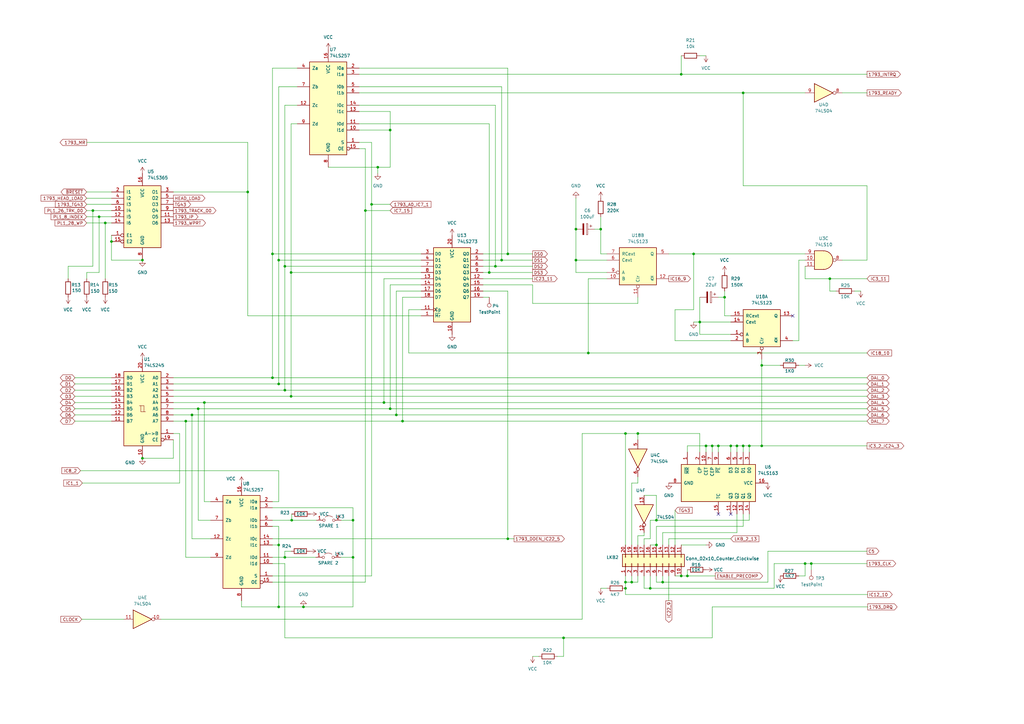
<source format=kicad_sch>
(kicad_sch (version 20211123) (generator eeschema)
  (paper "A3")
  (title_block (title "80 Bus FDC Controller") (date "2023-04-03") (rev "1.3.0"))
  (junction (at 304.8 38.1))
  (junction (at 259.08 238.76))
  (junction (at 101.6 78.74))
  (junction (at 43.18 91.44))
  (junction (at 38.1 86.36))
  (junction (at 114.3 157.48))
  (junction (at 149.86 86.36))
  (junction (at 294.64 182.88))
  (junction (at 269.24 213.36))
  (junction (at 241.3 144.78))
  (junction (at 160.02 53.34))
  (junction (at 256.54 177.8))
  (junction (at 116.84 228.6))
  (junction (at 144.78 228.6))
  (junction (at 114.3 248.92))
  (junction (at 271.78 238.76))
  (junction (at 165.1 172.72))
  (junction (at 81.28 167.64))
  (junction (at 119.634 213.36))
  (junction (at 205.74 106.68))
  (junction (at 287.02 132.08))
  (junction (at 304.8 182.88))
  (junction (at 114.3 223.52))
  (junction (at 40.64 88.9))
  (junction (at 116.84 160.02))
  (junction (at 154.94 68.58))
  (junction (at 144.78 213.36))
  (junction (at 292.1 182.88))
  (junction (at 111.76 104.14))
  (junction (at 307.34 182.88))
  (junction (at 269.24 223.52))
  (junction (at 236.22 106.68))
  (junction (at 58.42 106.68))
  (junction (at 208.28 104.14))
  (junction (at 256.54 238.76))
  (junction (at 152.4 83.82))
  (junction (at 312.42 182.88))
  (junction (at 297.18 121.92))
  (junction (at 111.76 154.94))
  (junction (at 231.14 261.62))
  (junction (at 78.74 170.18))
  (junction (at 279.4 236.22))
  (junction (at 119.38 162.56))
  (junction (at 124.46 248.92))
  (junction (at 279.4 30.48))
  (junction (at 340.36 114.3))
  (junction (at 302.26 182.88))
  (junction (at 236.22 93.98))
  (junction (at 330.2 231.14))
  (junction (at 203.2 109.22))
  (junction (at 266.7 241.3))
  (junction (at 281.94 236.22))
  (junction (at 289.56 182.88))
  (junction (at 119.38 111.76))
  (junction (at 162.56 170.18))
  (junction (at 299.72 182.88))
  (junction (at 45.72 99.06))
  (junction (at 256.54 241.3))
  (junction (at 157.48 165.1))
  (junction (at 332.74 231.14))
  (junction (at 284.48 104.14))
  (junction (at 160.02 167.64))
  (junction (at 200.66 111.76))
  (junction (at 116.84 109.22))
  (junction (at 261.62 177.8))
  (junction (at 76.2 172.72))
  (junction (at 58.42 187.96))
  (junction (at 312.42 149.86))
  (junction (at 114.3 106.68))
  (junction (at 246.38 93.98))
  (junction (at 208.28 220.98))
  (junction (at 83.82 165.1))
  (no_connect (at 325.12 129.54))
  (no_connect (at 294.64 210.82))
  (no_connect (at 299.72 210.82))
  (wire (pts (xy 218.44 116.84) (xy 218.44 124.46)))
  (wire (pts (xy 119.634 213.36) (xy 129.794 213.36)))
  (wire (pts (xy 256.54 177.8) (xy 261.62 177.8)))
  (wire (pts (xy 327.66 236.22) (xy 330.2 236.22)))
  (wire (pts (xy 147.32 45.72) (xy 160.02 45.72)))
  (wire (pts (xy 238.76 177.8) (xy 238.76 254)))
  (wire (pts (xy 264.16 220.98) (xy 266.7 220.98)))
  (wire (pts (xy 114.3 106.68) (xy 172.72 106.68)))
  (wire (pts (xy 281.94 236.22) (xy 293.37 236.22)))
  (wire (pts (xy 119.38 111.76) (xy 119.38 162.56)))
  (wire (pts (xy 121.92 35.56) (xy 114.3 35.56)))
  (wire (pts (xy 276.86 236.22) (xy 279.4 236.22)))
  (wire (pts (xy 292.1 182.88) (xy 292.1 185.42)))
  (wire (pts (xy 157.48 165.1) (xy 355.6 165.1)))
  (wire (pts (xy 340.36 114.3) (xy 355.6 114.3)))
  (wire (pts (xy 261.62 195.58) (xy 261.62 198.12)))
  (wire (pts (xy 264.16 236.22) (xy 264.16 241.3)))
  (wire (pts (xy 345.44 106.68) (xy 355.6 106.68)))
  (wire (pts (xy 236.22 81.28) (xy 236.22 93.98)))
  (wire (pts (xy 269.24 213.36) (xy 307.34 213.36)))
  (wire (pts (xy 264.16 241.3) (xy 266.7 241.3)))
  (wire (pts (xy 76.2 172.72) (xy 165.1 172.72)))
  (wire (pts (xy 198.12 109.22) (xy 203.2 109.22)))
  (wire (pts (xy 246.38 104.14) (xy 246.38 93.98)))
  (wire (pts (xy 299.72 182.88) (xy 302.26 182.88)))
  (wire (pts (xy 231.14 261.62) (xy 292.1 261.62)))
  (wire (pts (xy 116.84 231.14) (xy 116.84 261.62)))
  (wire (pts (xy 330.2 114.3) (xy 340.36 114.3)))
  (wire (pts (xy 307.34 213.36) (xy 307.34 210.82)))
  (wire (pts (xy 30.734 165.1) (xy 45.72 165.1)))
  (wire (pts (xy 35.56 88.9) (xy 40.64 88.9)))
  (wire (pts (xy 43.18 91.44) (xy 43.18 114.3)))
  (wire (pts (xy 147.32 38.1) (xy 304.8 38.1)))
  (wire (pts (xy 281.94 182.88) (xy 289.56 182.88)))
  (wire (pts (xy 261.62 236.22) (xy 261.62 238.76)))
  (wire (pts (xy 111.76 27.94) (xy 111.76 104.14)))
  (wire (pts (xy 198.12 116.84) (xy 218.44 116.84)))
  (wire (pts (xy 340.36 114.3) (xy 340.36 119.38)))
  (wire (pts (xy 256.54 238.76) (xy 256.54 241.3)))
  (wire (pts (xy 147.32 35.56) (xy 205.74 35.56)))
  (wire (pts (xy 119.38 50.8) (xy 119.38 111.76)))
  (wire (pts (xy 198.12 111.76) (xy 200.66 111.76)))
  (wire (pts (xy 312.42 182.88) (xy 355.6 182.88)))
  (wire (pts (xy 297.18 119.38) (xy 297.18 121.92)))
  (wire (pts (xy 332.74 231.14) (xy 355.6 231.14)))
  (wire (pts (xy 165.1 121.92) (xy 165.1 172.72)))
  (wire (pts (xy 124.46 248.92) (xy 144.78 248.92)))
  (wire (pts (xy 256.54 238.76) (xy 259.08 238.76)))
  (wire (pts (xy 304.8 182.88) (xy 307.34 182.88)))
  (wire (pts (xy 200.66 50.8) (xy 147.32 50.8)))
  (wire (pts (xy 147.32 43.18) (xy 203.2 43.18)))
  (wire (pts (xy 73.66 177.8) (xy 73.66 198.12)))
  (wire (pts (xy 162.56 119.38) (xy 162.56 170.18)))
  (wire (pts (xy 71.12 165.1) (xy 83.82 165.1)))
  (wire (pts (xy 121.92 27.94) (xy 111.76 27.94)))
  (wire (pts (xy 71.12 180.34) (xy 71.12 187.96)))
  (wire (pts (xy 330.2 231.14) (xy 317.5 231.14)))
  (wire (pts (xy 116.84 261.62) (xy 231.14 261.62)))
  (wire (pts (xy 248.92 104.14) (xy 246.38 104.14)))
  (wire (pts (xy 269.24 215.9) (xy 269.24 223.52)))
  (wire (pts (xy 111.76 231.14) (xy 116.84 231.14)))
  (wire (pts (xy 30.734 170.18) (xy 45.72 170.18)))
  (wire (pts (xy 86.36 213.36) (xy 81.28 213.36)))
  (wire (pts (xy 147.32 53.34) (xy 160.02 53.34)))
  (wire (pts (xy 302.26 182.88) (xy 302.26 185.42)))
  (wire (pts (xy 345.44 38.1) (xy 355.6 38.1)))
  (wire (pts (xy 35.56 81.28) (xy 45.72 81.28)))
  (wire (pts (xy 256.54 243.84) (xy 355.854 243.84)))
  (wire (pts (xy 33.782 198.12) (xy 73.66 198.12)))
  (wire (pts (xy 198.12 104.14) (xy 208.28 104.14)))
  (wire (pts (xy 203.2 109.22) (xy 218.44 109.22)))
  (wire (pts (xy 287.02 185.42) (xy 287.02 177.8)))
  (wire (pts (xy 342.9 119.38) (xy 340.36 119.38)))
  (wire (pts (xy 269.24 238.76) (xy 271.78 238.76)))
  (wire (pts (xy 317.5 231.14) (xy 317.5 241.3)))
  (wire (pts (xy 152.4 58.42) (xy 152.4 83.82)))
  (wire (pts (xy 83.82 165.1) (xy 157.48 165.1)))
  (wire (pts (xy 114.3 205.74) (xy 114.3 193.04)))
  (wire (pts (xy 271.78 238.76) (xy 314.96 238.76)))
  (wire (pts (xy 111.76 205.74) (xy 114.3 205.74)))
  (wire (pts (xy 30.734 154.94) (xy 45.72 154.94)))
  (wire (pts (xy 299.72 137.16) (xy 287.02 137.16)))
  (wire (pts (xy 297.18 129.54) (xy 299.72 129.54)))
  (wire (pts (xy 259.08 198.12) (xy 261.62 198.12)))
  (wire (pts (xy 119.38 162.56) (xy 355.6 162.56)))
  (wire (pts (xy 81.28 167.64) (xy 81.28 213.36)))
  (wire (pts (xy 111.76 213.36) (xy 119.634 213.36)))
  (wire (pts (xy 246.38 241.3) (xy 248.92 241.3)))
  (wire (pts (xy 248.92 111.76) (xy 236.22 111.76)))
  (wire (pts (xy 279.4 223.52) (xy 289.56 223.52)))
  (wire (pts (xy 284.48 132.08) (xy 287.02 132.08)))
  (wire (pts (xy 330.2 231.14) (xy 330.2 236.22)))
  (wire (pts (xy 205.74 106.68) (xy 218.44 106.68)))
  (wire (pts (xy 271.78 236.22) (xy 271.78 238.76)))
  (wire (pts (xy 101.6 129.54) (xy 101.6 78.74)))
  (wire (pts (xy 139.7 228.6) (xy 144.78 228.6)))
  (wire (pts (xy 198.12 121.92) (xy 200.66 121.92)))
  (wire (pts (xy 302.26 182.88) (xy 304.8 182.88)))
  (wire (pts (xy 172.72 121.92) (xy 165.1 121.92)))
  (wire (pts (xy 121.92 43.18) (xy 116.84 43.18)))
  (wire (pts (xy 236.22 93.98) (xy 236.22 106.68)))
  (wire (pts (xy 259.08 223.52) (xy 259.08 198.12)))
  (wire (pts (xy 116.84 43.18) (xy 116.84 109.22)))
  (wire (pts (xy 114.3 223.52) (xy 114.3 248.92)))
  (wire (pts (xy 30.734 162.56) (xy 45.72 162.56)))
  (wire (pts (xy 269.24 236.22) (xy 269.24 238.76)))
  (wire (pts (xy 266.7 220.98) (xy 266.7 213.36)))
  (wire (pts (xy 114.3 106.68) (xy 114.3 157.48)))
  (wire (pts (xy 71.12 167.64) (xy 81.28 167.64)))
  (wire (pts (xy 35.56 114.3) (xy 35.56 111.76)))
  (wire (pts (xy 198.12 119.38) (xy 208.28 119.38)))
  (wire (pts (xy 149.86 60.96) (xy 149.86 86.36)))
  (wire (pts (xy 119.634 210.82) (xy 119.634 213.36)))
  (wire (pts (xy 43.18 91.44) (xy 45.72 91.44)))
  (wire (pts (xy 111.76 236.22) (xy 152.4 236.22)))
  (wire (pts (xy 81.28 167.64) (xy 160.02 167.64)))
  (wire (pts (xy 111.76 208.28) (xy 144.78 208.28)))
  (wire (pts (xy 203.2 43.18) (xy 203.2 109.22)))
  (wire (pts (xy 304.8 38.1) (xy 330.2 38.1)))
  (wire (pts (xy 200.66 111.76) (xy 200.66 50.8)))
  (wire (pts (xy 205.74 35.56) (xy 205.74 106.68)))
  (wire (pts (xy 111.76 238.76) (xy 149.86 238.76)))
  (wire (pts (xy 111.76 215.9) (xy 114.3 215.9)))
  (wire (pts (xy 45.72 99.06) (xy 45.72 106.68)))
  (wire (pts (xy 330.2 106.68) (xy 327.66 106.68)))
  (wire (pts (xy 35.56 58.42) (xy 101.6 58.42)))
  (wire (pts (xy 71.12 154.94) (xy 111.76 154.94)))
  (wire (pts (xy 116.84 228.6) (xy 129.54 228.6)))
  (wire (pts (xy 134.62 68.58) (xy 154.94 68.58)))
  (wire (pts (xy 256.54 236.22) (xy 256.54 238.76)))
  (wire (pts (xy 294.64 182.88) (xy 299.72 182.88)))
  (wire (pts (xy 76.2 172.72) (xy 76.2 228.6)))
  (wire (pts (xy 167.64 127) (xy 167.64 144.78)))
  (wire (pts (xy 269.24 215.9) (xy 304.8 215.9)))
  (wire (pts (xy 271.78 218.44) (xy 271.78 223.52)))
  (wire (pts (xy 350.52 119.38) (xy 353.06 119.38)))
  (wire (pts (xy 264.16 223.52) (xy 264.16 220.98)))
  (wire (pts (xy 279.4 22.86) (xy 279.4 30.48)))
  (wire (pts (xy 111.76 154.94) (xy 355.6 154.94)))
  (wire (pts (xy 30.734 157.48) (xy 45.72 157.48)))
  (wire (pts (xy 172.72 119.38) (xy 162.56 119.38)))
  (wire (pts (xy 266.7 241.3) (xy 317.5 241.3)))
  (wire (pts (xy 71.12 187.96) (xy 58.42 187.96)))
  (wire (pts (xy 152.4 83.82) (xy 152.4 236.22)))
  (wire (pts (xy 30.734 160.02) (xy 45.72 160.02)))
  (wire (pts (xy 238.76 177.8) (xy 256.54 177.8)))
  (wire (pts (xy 160.02 53.34) (xy 160.02 68.58)))
  (wire (pts (xy 266.7 223.52) (xy 269.24 223.52)))
  (wire (pts (xy 256.54 241.3) (xy 256.54 243.84)))
  (wire (pts (xy 139.954 213.36) (xy 144.78 213.36)))
  (wire (pts (xy 116.84 226.06) (xy 116.84 228.6)))
  (wire (pts (xy 287.02 132.08) (xy 287.02 121.92)))
  (wire (pts (xy 307.34 182.88) (xy 312.42 182.88)))
  (wire (pts (xy 304.8 215.9) (xy 304.8 210.82)))
  (wire (pts (xy 330.2 109.22) (xy 330.2 114.3)))
  (wire (pts (xy 281.94 233.68) (xy 281.94 236.22)))
  (wire (pts (xy 33.528 254) (xy 50.8 254)))
  (wire (pts (xy 312.42 147.32) (xy 312.42 149.86)))
  (wire (pts (xy 66.04 254) (xy 238.76 254)))
  (wire (pts (xy 274.32 236.22) (xy 274.32 246.38)))
  (wire (pts (xy 116.84 160.02) (xy 355.6 160.02)))
  (wire (pts (xy 83.82 165.1) (xy 83.82 205.74)))
  (wire (pts (xy 274.32 104.14) (xy 284.48 104.14)))
  (wire (pts (xy 147.32 60.96) (xy 149.86 60.96)))
  (wire (pts (xy 259.08 236.22) (xy 259.08 238.76)))
  (wire (pts (xy 198.12 114.3) (xy 218.44 114.3)))
  (wire (pts (xy 276.86 127) (xy 276.86 139.7)))
  (wire (pts (xy 307.34 182.88) (xy 307.34 185.42)))
  (wire (pts (xy 149.86 86.36) (xy 149.86 238.76)))
  (wire (pts (xy 111.76 228.6) (xy 116.84 228.6)))
  (wire (pts (xy 261.62 177.8) (xy 287.02 177.8)))
  (wire (pts (xy 71.12 170.18) (xy 78.74 170.18)))
  (wire (pts (xy 200.66 111.76) (xy 218.44 111.76)))
  (wire (pts (xy 172.72 129.54) (xy 101.6 129.54)))
  (wire (pts (xy 38.1 86.36) (xy 45.72 86.36)))
  (wire (pts (xy 27.94 109.22) (xy 38.1 109.22)))
  (wire (pts (xy 218.44 269.24) (xy 220.98 269.24)))
  (wire (pts (xy 314.96 238.76) (xy 314.96 226.06)))
  (wire (pts (xy 231.14 261.62) (xy 231.14 269.24)))
  (wire (pts (xy 144.78 208.28) (xy 144.78 213.36)))
  (wire (pts (xy 71.12 160.02) (xy 116.84 160.02)))
  (wire (pts (xy 292.1 248.92) (xy 355.854 248.92)))
  (wire (pts (xy 71.12 78.74) (xy 101.6 78.74)))
  (wire (pts (xy 172.72 116.84) (xy 160.02 116.84)))
  (wire (pts (xy 86.36 228.6) (xy 76.2 228.6)))
  (wire (pts (xy 116.84 109.22) (xy 116.84 160.02)))
  (wire (pts (xy 302.26 218.44) (xy 271.78 218.44)))
  (wire (pts (xy 160.02 167.64) (xy 355.6 167.64)))
  (wire (pts (xy 149.86 86.36) (xy 160.02 86.36)))
  (wire (pts (xy 71.12 157.48) (xy 114.3 157.48)))
  (wire (pts (xy 114.3 157.48) (xy 355.6 157.48)))
  (wire (pts (xy 284.48 127) (xy 276.86 127)))
  (wire (pts (xy 45.72 96.52) (xy 45.72 99.06)))
  (wire (pts (xy 35.56 78.74) (xy 45.72 78.74)))
  (wire (pts (xy 167.64 144.78) (xy 241.3 144.78)))
  (wire (pts (xy 327.66 139.7) (xy 325.12 139.7)))
  (wire (pts (xy 294.64 121.92) (xy 297.18 121.92)))
  (wire (pts (xy 276.86 209.296) (xy 276.86 223.52)))
  (wire (pts (xy 86.36 220.98) (xy 78.74 220.98)))
  (wire (pts (xy 355.6 106.68) (xy 355.6 76.2)))
  (wire (pts (xy 35.56 91.44) (xy 43.18 91.44)))
  (wire (pts (xy 30.734 167.64) (xy 45.72 167.64)))
  (wire (pts (xy 304.8 182.88) (xy 304.8 185.42)))
  (wire (pts (xy 111.76 104.14) (xy 111.76 154.94)))
  (wire (pts (xy 198.12 106.68) (xy 205.74 106.68)))
  (wire (pts (xy 208.28 27.94) (xy 208.28 104.14)))
  (wire (pts (xy 312.42 149.86) (xy 312.42 182.88)))
  (wire (pts (xy 246.38 93.98) (xy 243.84 93.98)))
  (wire (pts (xy 101.6 58.42) (xy 101.6 78.74)))
  (wire (pts (xy 327.66 149.86) (xy 330.2 149.86)))
  (wire (pts (xy 208.28 220.98) (xy 210.82 220.98)))
  (wire (pts (xy 302.26 210.82) (xy 302.26 218.44)))
  (wire (pts (xy 160.02 68.58) (xy 154.94 68.58)))
  (wire (pts (xy 111.76 220.98) (xy 208.28 220.98)))
  (wire (pts (xy 241.3 114.3) (xy 248.92 114.3)))
  (wire (pts (xy 38.1 109.22) (xy 38.1 86.36)))
  (wire (pts (xy 45.72 106.68) (xy 58.42 106.68)))
  (wire (pts (xy 289.56 182.88) (xy 292.1 182.88)))
  (wire (pts (xy 27.94 114.3) (xy 27.94 109.22)))
  (wire (pts (xy 287.02 132.08) (xy 299.72 132.08)))
  (wire (pts (xy 292.1 261.62) (xy 292.1 248.92)))
  (wire (pts (xy 114.3 248.92) (xy 124.46 248.92)))
  (wire (pts (xy 299.72 182.88) (xy 299.72 185.42)))
  (wire (pts (xy 114.3 193.04) (xy 33.02 193.04)))
  (wire (pts (xy 35.56 83.82) (xy 45.72 83.82)))
  (wire (pts (xy 261.62 177.8) (xy 261.62 180.34)))
  (wire (pts (xy 40.64 111.76) (xy 40.64 88.9)))
  (wire (pts (xy 35.56 86.36) (xy 38.1 86.36)))
  (wire (pts (xy 86.36 205.74) (xy 83.82 205.74)))
  (wire (pts (xy 256.54 177.8) (xy 256.54 223.52)))
  (wire (pts (xy 261.62 223.52) (xy 261.62 219.71)))
  (wire (pts (xy 111.76 104.14) (xy 172.72 104.14)))
  (wire (pts (xy 269.24 203.2) (xy 269.24 213.36)))
  (wire (pts (xy 287.02 137.16) (xy 287.02 132.08)))
  (wire (pts (xy 241.3 144.78) (xy 241.3 114.3)))
  (wire (pts (xy 147.32 58.42) (xy 152.4 58.42)))
  (wire (pts (xy 172.72 114.3) (xy 157.48 114.3)))
  (wire (pts (xy 266.7 213.36) (xy 269.24 213.36)))
  (wire (pts (xy 246.38 88.9) (xy 246.38 93.98)))
  (wire (pts (xy 304.8 76.2) (xy 304.8 38.1)))
  (wire (pts (xy 114.3 215.9) (xy 114.3 223.52)))
  (wire (pts (xy 332.74 231.14) (xy 332.74 233.68)))
  (wire (pts (xy 332.74 231.14) (xy 330.2 231.14)))
  (wire (pts (xy 266.7 236.22) (xy 266.7 241.3)))
  (wire (pts (xy 144.78 213.36) (xy 144.78 228.6)))
  (wire (pts (xy 99.06 246.38) (xy 99.06 248.92)))
  (wire (pts (xy 264.16 218.44) (xy 264.16 219.71)))
  (wire (pts (xy 355.6 76.2) (xy 304.8 76.2)))
  (wire (pts (xy 144.78 228.6) (xy 144.78 248.92)))
  (wire (pts (xy 279.4 30.48) (xy 355.6 30.48)))
  (wire (pts (xy 287.02 22.86) (xy 289.56 22.86)))
  (wire (pts (xy 208.28 104.14) (xy 218.44 104.14)))
  (wire (pts (xy 78.74 170.18) (xy 162.56 170.18)))
  (wire (pts (xy 152.4 83.82) (xy 160.02 83.82)))
  (wire (pts (xy 208.28 119.38) (xy 208.28 220.98)))
  (wire (pts (xy 160.02 116.84) (xy 160.02 167.64)))
  (wire (pts (xy 297.18 121.92) (xy 297.18 129.54)))
  (wire (pts (xy 274.32 220.98) (xy 299.72 220.98)))
  (wire (pts (xy 165.1 172.72) (xy 355.6 172.72)))
  (wire (pts (xy 236.22 106.68) (xy 236.22 111.76)))
  (wire (pts (xy 111.76 223.52) (xy 114.3 223.52)))
  (wire (pts (xy 147.32 30.48) (xy 279.4 30.48)))
  (wire (pts (xy 259.08 238.76) (xy 261.62 238.76)))
  (wire (pts (xy 160.02 45.72) (xy 160.02 53.34)))
  (wire (pts (xy 99.06 248.92) (xy 114.3 248.92)))
  (wire (pts (xy 162.56 170.18) (xy 355.6 170.18)))
  (wire (pts (xy 121.92 50.8) (xy 119.38 50.8)))
  (wire (pts (xy 320.04 149.86) (xy 312.42 149.86)))
  (wire (pts (xy 35.56 111.76) (xy 40.64 111.76)))
  (wire (pts (xy 236.22 106.68) (xy 248.92 106.68)))
  (wire (pts (xy 284.48 104.14) (xy 284.48 127)))
  (wire (pts (xy 119.38 111.76) (xy 172.72 111.76)))
  (wire (pts (xy 147.32 27.94) (xy 208.28 27.94)))
  (wire (pts (xy 154.94 68.58) (xy 154.94 71.12)))
  (wire (pts (xy 241.3 144.78) (xy 355.6 144.78)))
  (wire (pts (xy 71.12 177.8) (xy 73.66 177.8)))
  (wire (pts (xy 172.72 127) (xy 167.64 127)))
  (wire (pts (xy 157.48 114.3) (xy 157.48 165.1)))
  (wire (pts (xy 71.12 172.72) (xy 76.2 172.72)))
  (wire (pts (xy 228.6 269.24) (xy 231.14 269.24)))
  (wire (pts (xy 114.3 35.56) (xy 114.3 106.68)))
  (wire (pts (xy 274.32 223.52) (xy 274.32 220.98)))
  (wire (pts (xy 281.94 185.42) (xy 281.94 182.88)))
  (wire (pts (xy 119.38 226.06) (xy 116.84 226.06)))
  (wire (pts (xy 264.16 203.2) (xy 269.24 203.2)))
  (wire (pts (xy 279.4 236.22) (xy 281.94 236.22)))
  (wire (pts (xy 218.44 124.46) (xy 261.62 124.46)))
  (wire (pts (xy 261.62 121.92) (xy 261.62 124.46)))
  (wire (pts (xy 289.56 185.42) (xy 289.56 182.88)))
  (wire (pts (xy 284.48 104.14) (xy 330.2 104.14)))
  (wire (pts (xy 276.86 139.7) (xy 299.72 139.7)))
  (wire (pts (xy 261.62 219.71) (xy 264.16 219.71)))
  (wire (pts (xy 78.74 170.18) (xy 78.74 220.98)))
  (wire (pts (xy 71.12 162.56) (xy 119.38 162.56)))
  (wire (pts (xy 116.84 109.22) (xy 172.72 109.22)))
  (wire (pts (xy 294.64 182.88) (xy 294.64 185.42)))
  (wire (pts (xy 40.64 88.9) (xy 45.72 88.9)))
  (wire (pts (xy 327.66 106.68) (xy 327.66 139.7)))
  (wire (pts (xy 30.734 172.72) (xy 45.72 172.72)))
  (wire (pts (xy 292.1 182.88) (xy 294.64 182.88)))
  (wire (pts (xy 314.96 226.06) (xy 355.6 226.06)))
  (global_label "DAL_7" (shape bidirectional) (at 355.6 172.72 0) (property "Intersheet References" "${INTERSHEET_REFS}" (effects hide)))
  (global_label "IC16_9" (shape output) (at 274.32 114.3 0) (property "Intersheet References" "${INTERSHEET_REFS}" (effects hide)))
  (global_label "~{BRESET}" (shape bidirectional) (at 35.56 78.74 180) (property "Intersheet References" "${INTERSHEET_REFS}" (effects hide)))
  (global_label "IC3_11" (shape input) (at 355.6 114.3 0) (property "Intersheet References" "${INTERSHEET_REFS}" (effects hide)))
  (global_label "HEAD_LOAD" (shape output) (at 71.12 81.28 0) (property "Intersheet References" "${INTERSHEET_REFS}" (effects hide)))
  (global_label "1793_WPRT" (shape output) (at 71.12 91.44 0) (property "Intersheet References" "${INTERSHEET_REFS}" (effects hide)))
  (global_label "TG43" (shape output) (at 71.12 83.82 0) (property "Intersheet References" "${INTERSHEET_REFS}" (effects hide)))
  (global_label "1793_READY" (shape output) (at 355.6 38.1 0) (property "Intersheet References" "${INTERSHEET_REFS}" (effects hide)))
  (global_label "DAL_6" (shape bidirectional) (at 355.6 170.18 0) (property "Intersheet References" "${INTERSHEET_REFS}" (effects hide)))
  (global_label "1793_A0_IC7_1" (shape input) (at 160.02 83.82 0) (property "Intersheet References" "${INTERSHEET_REFS}" (effects hide)))
  (global_label "DS1" (shape output) (at 218.44 106.68 0) (property "Intersheet References" "${INTERSHEET_REFS}" (effects hide)))
  (global_label "1793_HEAD_LOAD" (shape input) (at 35.56 81.28 180) (property "Intersheet References" "${INTERSHEET_REFS}" (effects hide)))
  (global_label "DAL_0" (shape bidirectional) (at 355.6 154.94 0) (property "Intersheet References" "${INTERSHEET_REFS}" (effects hide)))
  (global_label "IC1_1" (shape input) (at 33.782 198.12 180) (property "Intersheet References" "${INTERSHEET_REFS}" (effects hide)))
  (global_label "D7" (shape bidirectional) (at 30.734 172.72 180) (property "Intersheet References" "${INTERSHEET_REFS}" (effects hide)))
  (global_label "DS2" (shape output) (at 218.44 109.22 0) (property "Intersheet References" "${INTERSHEET_REFS}" (effects hide)))
  (global_label "IC18_10" (shape input) (at 355.6 144.78 0) (property "Intersheet References" "${INTERSHEET_REFS}" (effects hide)))
  (global_label "D0" (shape bidirectional) (at 30.734 154.94 180) (property "Intersheet References" "${INTERSHEET_REFS}" (effects hide)))
  (global_label "IC7_15" (shape input) (at 160.02 86.36 0) (property "Intersheet References" "${INTERSHEET_REFS}" (effects hide)))
  (global_label "1793_TG43" (shape input) (at 35.56 83.82 180) (property "Intersheet References" "${INTERSHEET_REFS}" (effects hide)))
  (global_label "IC22_9" (shape output) (at 274.32 246.38 270) (property "Intersheet References" "${INTERSHEET_REFS}" (effects hide)))
  (global_label "1793_MR" (shape output) (at 35.56 58.42 180) (property "Intersheet References" "${INTERSHEET_REFS}" (effects hide)))
  (global_label "IC8_2" (shape input) (at 33.02 193.04 180) (property "Intersheet References" "${INTERSHEET_REFS}" (effects hide)))
  (global_label "PL1_26_TRK_00" (shape input) (at 35.56 86.36 180) (property "Intersheet References" "${INTERSHEET_REFS}" (effects hide)))
  (global_label "PL1_28_WP" (shape input) (at 35.56 91.44 180) (property "Intersheet References" "${INTERSHEET_REFS}" (effects hide)))
  (global_label "DAL_2" (shape bidirectional) (at 355.6 160.02 0) (property "Intersheet References" "${INTERSHEET_REFS}" (effects hide)))
  (global_label "DAL_5" (shape bidirectional) (at 355.6 167.64 0) (property "Intersheet References" "${INTERSHEET_REFS}" (effects hide)))
  (global_label "DAL_4" (shape bidirectional) (at 355.6 165.1 0) (property "Intersheet References" "${INTERSHEET_REFS}" (effects hide)))
  (global_label "1793_INTRQ" (shape output) (at 355.6 30.48 0) (property "Intersheet References" "${INTERSHEET_REFS}" (effects hide)))
  (global_label "D5" (shape bidirectional) (at 30.734 167.64 180) (property "Intersheet References" "${INTERSHEET_REFS}" (effects hide)))
  (global_label "LKB_2_13" (shape input) (at 299.72 220.98 0) (property "Intersheet References" "${INTERSHEET_REFS}" (effects hide)))
  (global_label "1793_DDEN_IC22_5" (shape output) (at 210.82 220.98 0) (property "Intersheet References" "${INTERSHEET_REFS}" (effects hide)))
  (global_label "D3" (shape bidirectional) (at 30.734 162.56 180) (property "Intersheet References" "${INTERSHEET_REFS}" (effects hide)))
  (global_label "IC3_2_IC24_3" (shape output) (at 355.6 182.88 0) (property "Intersheet References" "${INTERSHEET_REFS}" (effects hide)))
  (global_label "DAL_1" (shape bidirectional) (at 355.6 157.48 0) (property "Intersheet References" "${INTERSHEET_REFS}" (effects hide)))
  (global_label "DS3" (shape output) (at 218.44 111.76 0) (property "Intersheet References" "${INTERSHEET_REFS}" (effects hide)))
  (global_label "IC23_11" (shape output) (at 218.44 114.3 0) (property "Intersheet References" "${INTERSHEET_REFS}" (effects hide)))
  (global_label "1793_TRACK_00" (shape output) (at 71.12 86.36 0) (property "Intersheet References" "${INTERSHEET_REFS}" (effects hide)))
  (global_label "PL1_8_INDEX" (shape input) (at 35.56 88.9 180) (property "Intersheet References" "${INTERSHEET_REFS}" (effects hide)))
  (global_label "1793_IP" (shape output) (at 71.12 88.9 0) (property "Intersheet References" "${INTERSHEET_REFS}" (effects hide)))
  (global_label "D2" (shape bidirectional) (at 30.734 160.02 180) (property "Intersheet References" "${INTERSHEET_REFS}" (effects hide)))
  (global_label "D1" (shape bidirectional) (at 30.734 157.48 180) (property "Intersheet References" "${INTERSHEET_REFS}" (effects hide)))
  (global_label "CLOCK" (shape input) (at 33.528 254 180) (property "Intersheet References" "${INTERSHEET_REFS}" (effects hide)))
  (global_label "ENABLE_PRECOMP" (shape output) (at 293.37 236.22 0) (property "Intersheet References" "${INTERSHEET_REFS}" (effects hide)))
  (global_label "D4" (shape bidirectional) (at 30.734 165.1 180) (property "Intersheet References" "${INTERSHEET_REFS}" (effects hide)))
  (global_label "TG43" (shape input) (at 276.86 209.296 0) (property "Intersheet References" "${INTERSHEET_REFS}" (effects hide)))
  (global_label "D6" (shape bidirectional) (at 30.734 170.18 180) (property "Intersheet References" "${INTERSHEET_REFS}" (effects hide)))
  (global_label "DS0" (shape output) (at 218.44 104.14 0) (property "Intersheet References" "${INTERSHEET_REFS}" (effects hide)))
  (global_label "1793_CLK" (shape output) (at 355.6 231.14 0) (property "Intersheet References" "${INTERSHEET_REFS}" (effects hide)))
  (global_label "DAL_3" (shape bidirectional) (at 355.6 162.56 0) (property "Intersheet References" "${INTERSHEET_REFS}" (effects hide)))
  (global_label "IC12_10" (shape output) (at 355.854 243.84 0) (property "Intersheet References" "${INTERSHEET_REFS}" (effects hide)))
  (global_label "1793_DRQ" (shape output) (at 355.854 248.92 0) (property "Intersheet References" "${INTERSHEET_REFS}" (effects hide)))
  (global_label "C5" (shape output) (at 355.6 226.06 0) (property "Intersheet References" "${INTERSHEET_REFS}" (effects hide)))
  (symbol (lib_id "74xx:74LS04") (at 261.62 187.96 270) (unit 3)
    (property "Reference" "U4" (at 266.7 186.6899 90) (effects (justify left)))
    (property "Value" "74LS04" (at 266.7 189.2299 90) (effects (justify left)))
    (property "Footprint" "Package_DIP:DIP-14_W7.62mm_Socket" (effects hide))
    (property "Datasheet" "http://www.ti.com/lit/gpn/sn74LS04" (effects hide))
  )
  (symbol (lib_id "power:GND") (at 284.48 132.08 0) (unit 1)
    (property "Reference" "#PWR0148" (effects hide))
    (property "Value" "GND" (at 284.48 137.16 0))
  )
  (symbol (lib_id "74xx:74LS365") (at 58.42 88.9 0) (unit 1)
    (property "Reference" "U5" (at 60.4394 70.358 0) (effects (justify left)))
    (property "Value" "74LS365" (at 60.4394 72.898 0) (effects (justify left)))
    (property "Footprint" "Package_DIP:DIP-16_W7.62mm_Socket" (effects hide))
    (property "Datasheet" "http://www.ti.com/lit/gpn/sn74LS365" (effects hide))
  )
  (symbol (lib_id "power:GND") (at 236.22 81.28 180) (unit 1)
    (property "Reference" "#PWR0147" (effects hide))
    (property "Value" "GND" (at 236.22 76.2 0))
  )
  (symbol (lib_id "power:GND") (at 58.42 187.96 0) (unit 1)
    (property "Reference" "#PWR0138" (effects hide))
    (property "Value" "GND" (at 53.34 189.738 0))
  )
  (symbol (lib_id "power:VCC") (at 43.18 121.92 180) (unit 1)
    (property "Reference" "#PWR0151" (effects hide))
    (property "Value" "VCC" (at 43.18 127 0))
  )
  (symbol (lib_id "power:VCC") (at 27.94 121.92 180) (unit 1)
    (property "Reference" "#PWR0152" (effects hide))
    (property "Value" "VCC" (at 27.94 127 0))
  )
  (symbol (lib_id "Jumper:Jumper_2_Open") (at 134.62 228.6 0) (unit 1)
    (property "Reference" "LK4" (at 139.192 227.076 0))
    (property "Value" "SPARE 2" (at 134.62 230.886 0))
    (property "Footprint" "Button_Switch_THT:SW_DIP_SPSTx01_Slide_6.7x4.1mm_W7.62mm_P2.54mm_LowProfile" (effects hide))
  )
  (symbol (lib_id "power:VCC") (at 127.254 210.82 270) (unit 1)
    (property "Reference" "#PWR0133" (effects hide))
    (property "Value" "VCC" (at 131.064 210.8199 90) (effects (justify left)))
  )
  (symbol (lib_id "74xx:74LS163") (at 294.64 198.12 270) (unit 1)
    (property "Reference" "U6" (at 314.96 191.5412 90))
    (property "Value" "74LS163" (at 314.96 194.0812 90))
    (property "Footprint" "Package_DIP:DIP-16_W7.62mm_Socket" (effects hide))
    (property "Datasheet" "http://www.ti.com/lit/gpn/sn74LS163" (effects hide))
  )
  (symbol (lib_id "74xx:74LS04") (at 58.42 254 0) (unit 5)
    (property "Reference" "U4" (at 58.42 245.11 0))
    (property "Value" "74LS04" (at 58.42 247.65 0))
    (property "Footprint" "Package_DIP:DIP-14_W7.62mm_Socket" (effects hide))
    (property "Datasheet" "http://www.ti.com/lit/gpn/sn74LS04" (effects hide))
  )
  (symbol (lib_id "74xx:74LS123") (at 312.42 134.62 0) (unit 1)
    (property "Reference" "U18" (at 312.42 121.666 0))
    (property "Value" "74LS123" (at 312.42 124.206 0))
    (property "Footprint" "Package_DIP:DIP-16_W7.62mm_Socket" (effects hide))
    (property "Datasheet" "http://www.ti.com/lit/gpn/sn74LS123" (effects hide))
  )
  (symbol (lib_id "Device:R") (at 323.85 149.86 90) (unit 1)
    (property "Reference" "R30" (at 323.85 147.828 90))
    (property "Value" "1K0" (at 323.85 152.146 90))
    (property "Footprint" "Resistor_THT:R_Axial_DIN0309_L9.0mm_D3.2mm_P12.70mm_Horizontal" (effects hide))
  )
  (symbol (lib_id "74xx:74LS04") (at 337.82 38.1 0) (unit 4)
    (property "Reference" "U4" (at 337.82 42.926 0))
    (property "Value" "74LS04" (at 337.82 45.466 0))
    (property "Footprint" "Package_DIP:DIP-14_W7.62mm_Socket" (effects hide))
    (property "Datasheet" "http://www.ti.com/lit/gpn/sn74LS04" (effects hide))
  )
  (symbol (lib_id "power:GND") (at 154.94 71.12 0) (unit 1)
    (property "Reference" "#PWR0129" (effects hide))
    (property "Value" "GND" (at 154.94 76.2 0))
  )
  (symbol (lib_id "Device:R") (at 224.79 269.24 90) (unit 1)
    (property "Reference" "R22" (at 224.536 266.7 90))
    (property "Value" "10K" (at 224.536 271.78 90))
    (property "Footprint" "Resistor_THT:R_Axial_DIN0309_L9.0mm_D3.2mm_P12.70mm_Horizontal" (effects hide))
  )
  (symbol (lib_id "power:GND") (at 58.42 106.68 0) (unit 1)
    (property "Reference" "#PWR0136" (effects hide))
    (property "Value" "GND" (at 58.42 111.76 0))
  )
  (symbol (lib_id "power:VCC") (at 353.06 119.38 180) (unit 1)
    (property "Reference" "#PWR0146" (effects hide))
    (property "Value" "VCC" (at 353.06 124.46 0))
  )
  (symbol (lib_id "Device:C_Polarized") (at 240.03 93.98 270) (unit 1)
    (property "Reference" "C6" (at 240.919 86.36 90))
    (property "Value" "100uF" (at 240.919 88.9 90))
    (property "Footprint" "Capacitor_THT:C_Disc_D6.0mm_W4.4mm_P5.00mm" (effects hide))
  )
  (symbol (lib_id "Device:R") (at 323.85 236.22 90) (unit 1)
    (property "Reference" "R27" (at 323.596 234.188 90))
    (property "Value" "4K7" (at 323.85 236.22 90))
    (property "Footprint" "Resistor_THT:R_Axial_DIN0309_L9.0mm_D3.2mm_P12.70mm_Horizontal" (effects hide))
  )
  (symbol (lib_id "Device:R") (at 35.56 118.11 0) (unit 1)
    (property "Reference" "R14" (at 36.83 116.84 0) (effects (justify left)))
    (property "Value" "150" (at 37.084 119.38 0) (effects (justify left)))
    (property "Footprint" "Resistor_THT:R_Axial_DIN0309_L9.0mm_D3.2mm_P12.70mm_Horizontal" (effects hide))
  )
  (symbol (lib_id "Device:R") (at 43.18 118.11 0) (unit 1)
    (property "Reference" "R15" (at 44.45 116.84 0) (effects (justify left)))
    (property "Value" "150" (at 44.45 119.38 0) (effects (justify left)))
    (property "Footprint" "Resistor_THT:R_Axial_DIN0309_L9.0mm_D3.2mm_P12.70mm_Horizontal" (effects hide))
  )
  (symbol (lib_id "74xx:74LS257") (at 134.62 43.18 0) (mirror y) (unit 1)
    (property "Reference" "U7" (at 135.1406 20.32 0) (effects (justify right)))
    (property "Value" "74LS257" (at 135.1406 22.86 0) (effects (justify right)))
    (property "Footprint" "Package_DIP:DIP-16_W7.62mm_Socket" (effects hide))
    (property "Datasheet" "http://www.ti.com/lit/gpn/sn74LS257" (effects hide))
  )
  (symbol (lib_id "power:VCC") (at 246.38 81.28 0) (unit 1)
    (property "Reference" "#PWR0149" (effects hide))
    (property "Value" "VCC" (at 246.38 76.2 0))
  )
  (symbol (lib_id "Connector:TestPoint") (at 332.74 233.68 180) (unit 1)
    (property "Reference" "TP3" (at 334.518 237.236 0) (effects (justify right)))
    (property "Value" "TestPoint" (at 328.422 239.776 0) (effects (justify right)))
    (property "Footprint" "TestPoint:TestPoint_THTPad_D1.5mm_Drill0.7mm" (effects hide))
  )
  (symbol (lib_id "Device:R") (at 346.71 119.38 90) (unit 1)
    (property "Reference" "R25" (at 346.71 117.094 90))
    (property "Value" "10K" (at 346.71 121.666 90))
    (property "Footprint" "Resistor_THT:R_Axial_DIN0309_L9.0mm_D3.2mm_P12.70mm_Horizontal" (effects hide))
  )
  (symbol (lib_id "power:VCC") (at 297.18 111.76 0) (unit 1)
    (property "Reference" "#PWR0150" (effects hide))
    (property "Value" "VCC" (at 297.18 106.68 0))
  )
  (symbol (lib_id "power:VCC") (at 185.42 96.52 0) (unit 1)
    (property "Reference" "#PWR0130" (effects hide))
    (property "Value" "VCC" (at 185.42 91.44 0))
  )
  (symbol (lib_id "Device:R") (at 297.18 115.57 0) (unit 1)
    (property "Reference" "R29" (at 299.72 114.2999 0) (effects (justify left)))
    (property "Value" "150K" (at 299.72 116.8399 0) (effects (justify left)))
    (property "Footprint" "Resistor_THT:R_Axial_DIN0309_L9.0mm_D3.2mm_P12.70mm_Horizontal" (effects hide))
  )
  (symbol (lib_id "74xx:74LS123") (at 261.62 109.22 0) (unit 2)
    (property "Reference" "U18" (at 261.62 96.52 0))
    (property "Value" "74LS123" (at 261.62 99.06 0))
    (property "Footprint" "Package_DIP:DIP-16_W7.62mm_Socket" (effects hide))
    (property "Datasheet" "http://www.ti.com/lit/gpn/sn74LS123" (effects hide))
  )
  (symbol (lib_id "power:VCC") (at 58.42 147.32 0) (unit 1)
    (property "Reference" "#PWR0135" (effects hide))
    (property "Value" "VCC" (at 58.42 142.24 0))
  )
  (symbol (lib_id "power:VCC") (at 58.42 71.12 0) (unit 1)
    (property "Reference" "#PWR0137" (effects hide))
    (property "Value" "VCC" (at 58.42 66.04 0))
  )
  (symbol (lib_id "Device:R") (at 123.19 226.06 90) (unit 1)
    (property "Reference" "R24" (at 117.602 224.028 90))
    (property "Value" "10K" (at 123.444 226.06 90))
    (property "Footprint" "Resistor_THT:R_Axial_DIN0309_L9.0mm_D3.2mm_P12.70mm_Horizontal" (effects hide))
  )
  (symbol (lib_id "Device:R") (at 283.21 22.86 90) (unit 1)
    (property "Reference" "R21" (at 283.21 16.51 90))
    (property "Value" "10k" (at 283.21 19.05 90))
    (property "Footprint" "Resistor_THT:R_Axial_DIN0309_L9.0mm_D3.2mm_P12.70mm_Horizontal" (effects hide))
  )
  (symbol (lib_id "Device:R") (at 123.444 210.82 90) (unit 1)
    (property "Reference" "R23" (at 116.84 210.312 90))
    (property "Value" "10K" (at 123.444 210.82 90))
    (property "Footprint" "Resistor_THT:R_Axial_DIN0309_L9.0mm_D3.2mm_P12.70mm_Horizontal" (effects hide))
  )
  (symbol (lib_id "74xx:74LS04") (at 264.16 210.82 270) (unit 6)
    (property "Reference" "U4" (at 260.858 201.168 90) (effects (justify left)))
    (property "Value" "74LS04" (at 269.24 212.0899 90) (effects (justify left)))
    (property "Footprint" "Package_DIP:DIP-14_W7.62mm_Socket" (effects hide))
    (property "Datasheet" "http://www.ti.com/lit/gpn/sn74LS04" (effects hide))
  )
  (symbol (lib_id "power:VCC") (at 320.04 236.22 180) (unit 1)
    (property "Reference" "#PWR0144" (effects hide))
    (property "Value" "VCC" (at 320.04 240.538 0))
  )
  (symbol (lib_id "Connector:TestPoint") (at 200.66 121.92 180) (unit 1)
    (property "Reference" "P4" (at 201.93 125.476 0) (effects (justify right)))
    (property "Value" "TestPoint" (at 196.342 128.016 0) (effects (justify right)))
    (property "Footprint" "TestPoint:TestPoint_THTPad_D1.5mm_Drill0.7mm" (effects hide))
  )
  (symbol (lib_id "power:VCC") (at 127 226.06 270) (unit 1)
    (property "Reference" "#PWR0134" (effects hide))
    (property "Value" "VCC" (at 132.08 226.06 90))
  )
  (symbol (lib_id "74xx:74LS257") (at 99.06 220.98 0) (mirror y) (unit 1)
    (property "Reference" "U8" (at 99.5806 198.374 0) (effects (justify right)))
    (property "Value" "74LS257" (at 99.5806 200.914 0) (effects (justify right)))
    (property "Footprint" "Package_DIP:DIP-16_W7.62mm_Socket" (effects hide))
    (property "Datasheet" "http://www.ti.com/lit/gpn/sn74LS257" (effects hide))
  )
  (symbol (lib_id "Connector_Generic:Conn_02x10_Counter_Clockwise") (at 266.7 231.14 90) (unit 1)
    (property "Reference" "LKB2" (at 253.746 228.5999 90) (effects (justify left)))
    (property "Value" "Conn_02x10_Counter_Clockwise" (at 311.404 229.108 90) (effects (justify left)))
    (property "Footprint" "Package_DIP:DIP-20_W7.62mm_Socket" (effects hide))
  )
  (symbol (lib_id "power:VCC") (at 246.38 241.3 180) (unit 1)
    (property "Reference" "#PWR0140" (effects hide))
    (property "Value" "VCC" (at 246.38 246.38 0))
  )
  (symbol (lib_id "Device:C_Polarized") (at 290.83 121.92 270) (unit 1)
    (property "Reference" "C7" (at 291.719 114.3 90))
    (property "Value" "22uF" (at 291.719 116.84 90))
    (property "Footprint" "Capacitor_THT:C_Disc_D6.0mm_W4.4mm_P5.00mm" (effects hide))
  )
  (symbol (lib_id "Jumper:Jumper_2_Open") (at 134.874 213.36 0) (unit 1)
    (property "Reference" "LK3" (at 139.446 211.836 0))
    (property "Value" "SPARE 1" (at 134.874 215.646 0))
    (property "Footprint" "Button_Switch_THT:SW_DIP_SPSTx01_Slide_6.7x4.1mm_W7.62mm_P2.54mm_LowProfile" (effects hide))
  )
  (symbol (lib_id "power:VCC") (at 134.62 20.32 0) (unit 1)
    (property "Reference" "#PWR0128" (effects hide))
    (property "Value" "VCC" (at 134.62 15.24 0))
  )
  (symbol (lib_id "power:VCC") (at 289.56 22.86 180) (unit 1)
    (property "Reference" "#PWR0131" (effects hide))
    (property "Value" "VCC" (at 289.56 27.94 0))
  )
  (symbol (lib_id "74xx:74LS273") (at 185.42 116.84 0) (unit 1)
    (property "Reference" "U13" (at 187.4394 96.52 0) (effects (justify left)))
    (property "Value" "74LS273" (at 187.4394 99.06 0) (effects (justify left)))
    (property "Footprint" "Package_DIP:DIP-20_W7.62mm_Socket" (effects hide))
    (property "Datasheet" "http://www.ti.com/lit/gpn/sn74LS273" (effects hide))
  )
  (symbol (lib_id "power:VCC") (at 314.96 198.12 180) (unit 1)
    (property "Reference" "#PWR0142" (effects hide))
    (property "Value" "VCC" (at 314.96 203.2 0))
  )
  (symbol (lib_id "Device:R") (at 285.75 233.68 90) (unit 1)
    (property "Reference" "R16" (at 285.496 231.648 90))
    (property "Value" "10K" (at 285.496 233.68 90))
    (property "Footprint" "Resistor_THT:R_Axial_DIN0309_L9.0mm_D3.2mm_P12.70mm_Horizontal" (effects hide))
  )
  (symbol (lib_id "power:GND") (at 124.46 248.92 180) (unit 1)
    (property "Reference" "#PWR0127" (effects hide))
    (property "Value" "GND" (at 124.46 243.84 0))
  )
  (symbol (lib_id "power:VCC") (at 99.06 198.12 0) (unit 1)
    (property "Reference" "#PWR0139" (effects hide))
    (property "Value" "VCC" (at 94.742 196.342 0))
  )
  (symbol (lib_id "power:VCC") (at 289.56 233.68 270) (unit 1)
    (property "Reference" "#PWR0156" (effects hide))
    (property "Value" "VCC" (at 294.64 233.68 90))
  )
  (symbol (lib_id "power:GND") (at 274.32 198.12 0) (unit 1)
    (property "Reference" "#PWR0143" (effects hide))
    (property "Value" "GND" (at 274.32 203.2 0))
  )
  (symbol (lib_id "power:GND") (at 289.56 223.52 90) (unit 1)
    (property "Reference" "#PWR0157" (effects hide))
    (property "Value" "GND" (at 293.37 223.5199 90) (effects (justify right)))
  )
  (symbol (lib_id "power:VCC") (at 330.2 149.86 270) (unit 1)
    (property "Reference" "#PWR0145" (effects hide))
    (property "Value" "VCC" (at 334.01 149.8599 90) (effects (justify left)))
  )
  (symbol (lib_id "Device:R") (at 252.73 241.3 90) (unit 1)
    (property "Reference" "R26" (at 252.222 239.014 90))
    (property "Value" "4K7" (at 252.222 243.84 90))
    (property "Footprint" "Resistor_THT:R_Axial_DIN0309_L9.0mm_D3.2mm_P12.70mm_Horizontal" (effects hide))
  )
  (symbol (lib_id "power:GND") (at 185.42 137.16 0) (unit 1)
    (property "Reference" "#PWR0132" (effects hide))
    (property "Value" "GND" (at 185.42 142.24 0))
  )
  (symbol (lib_id "Device:R") (at 246.38 85.09 0) (unit 1)
    (property "Reference" "R28" (at 248.92 83.8199 0) (effects (justify left)))
    (property "Value" "220K" (at 248.92 86.3599 0) (effects (justify left)))
    (property "Footprint" "Resistor_THT:R_Axial_DIN0309_L9.0mm_D3.2mm_P12.70mm_Horizontal" (effects hide))
  )
  (symbol (lib_id "power:VCC") (at 218.44 269.24 180) (unit 1)
    (property "Reference" "#PWR0141" (effects hide))
    (property "Value" "VCC" (at 218.44 274.32 0))
  )
  (symbol (lib_id "power:VCC") (at 35.56 121.92 180) (unit 1)
    (property "Reference" "#PWR0153" (effects hide))
    (property "Value" "VCC" (at 35.56 127 0))
  )
  (symbol (lib_id "Device:R") (at 27.94 118.11 0) (unit 1)
    (property "Reference" "R13" (at 29.21 116.84 0) (effects (justify left)))
    (property "Value" "150" (at 29.464 119.126 0) (effects (justify left)))
    (property "Footprint" "Resistor_THT:R_Axial_DIN0309_L9.0mm_D3.2mm_P12.70mm_Horizontal" (effects hide))
  )
  (symbol (lib_id "74xx:74LS245") (at 58.42 167.64 0) (mirror y) (unit 1)
    (property "Reference" "U1" (at 58.9406 147.32 0) (effects (justify right)))
    (property "Value" "74LS245" (at 58.9406 149.86 0) (effects (justify right)))
    (property "Footprint" "Package_DIP:DIP-20_W7.62mm_Socket" (effects hide))
    (property "Datasheet" "http://www.ti.com/lit/gpn/sn74LS245" (effects hide))
  )
  (symbol (lib_id "74xx:74LS10") (at 337.82 106.68 0) (unit 3)
    (property "Reference" "U3" (at 337.82 97.79 0))
    (property "Value" "74LS10" (at 337.82 100.33 0))
    (property "Footprint" "Package_DIP:DIP-14_W7.62mm_Socket" (effects hide))
    (property "Datasheet" "http://www.ti.com/lit/gpn/sn74LS10" (effects hide))
  )
)
</source>
